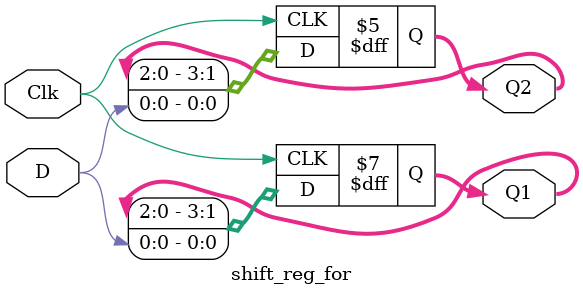
<source format=v>

module shift_reg_for (Clk, D, Q1, Q2);
input  Clk, D;   		// Clk, D ¤@¦ì¤¸¿é¤J
output [3:0] Q1,Q2;		// Q1, Q2 ¥|¦ì¤¸¿é¥X
reg    [3:0] Q1,Q2;		// «Å§i¬°¼È¦s¾¹¸ê®Æ
integer i; 			// «Å§i°j°éÅÜ¼Æ i ¬°¾ã¼Æ¸ê®Æ

// ¨Ï¥Î for ±Ô­z, «Dªý¹j©Ê«ü©w±Ô­z
always@ (posedge Clk)
  begin
    for (i = 3; i > 0; i = i-1)
      Q1[i] = Q1[i-1];		// ©¹°ª¦ì¤¸²¾¦ì
    Q1[0] = D;
  end
  
// ¨Ï¥Î for ±Ô­z, ªý¹j©Ê«ü©w±Ô­z
always@ (posedge Clk)
  begin
    for (i = 1; i <= 3; i = i+1)
      Q2[i] <= Q2[i-1];		// ©¹°ª¦ì¤¸²¾¦ì
    Q2[0] = D;
  end

endmodule

</source>
